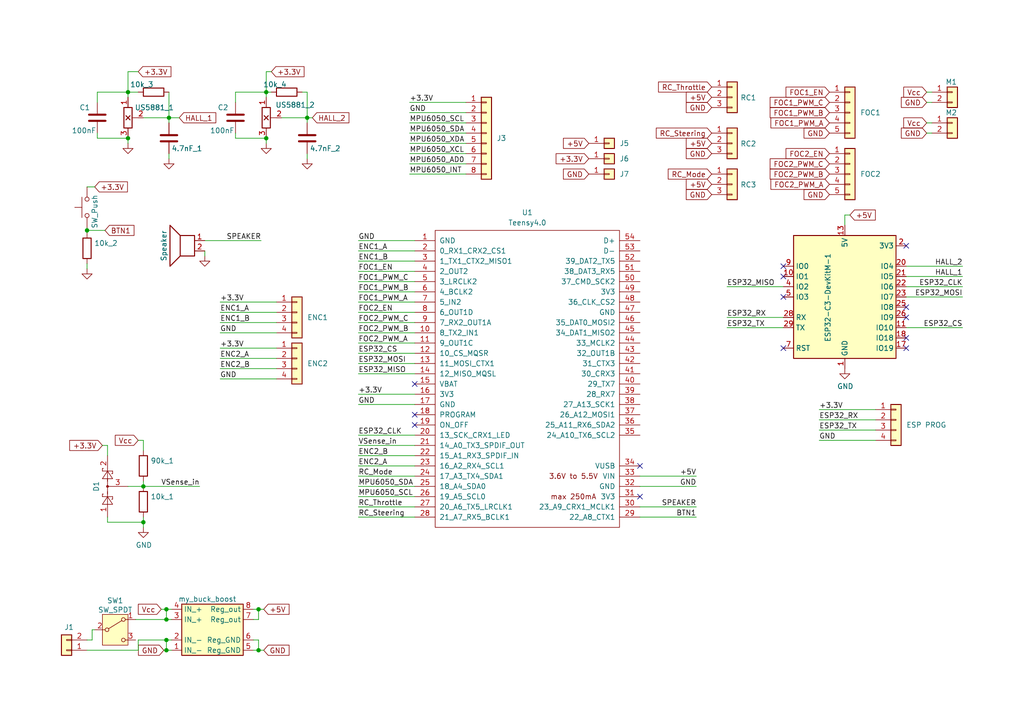
<source format=kicad_sch>
(kicad_sch (version 20231120) (generator "eeschema") (generator_version "8.0")
  (paper "User" 254 177.8)
  (lib_symbols
    (symbol "Connector_Generic:Conn_01x01" (pin_names (offset 1.016) hide)
      (property "Reference" "J" (at 0 2.54 0))
      (property "Value" "Conn_01x01" (at 0 -2.54 0))
      (symbol "Conn_01x01_1_1"
        (rectangle (start -1.27 0.127) (end 0 -0.127) (stroke (width 0.1524)))
        (rectangle (start -1.27 1.27) (end 1.27 -1.27) (stroke (width 0.254)) (fill (type background)))
        (pin passive line (at -5.08 0 0) (length 3.81) (name "Pin_1") (number "1"))
      )
    )
    (symbol "Connector_Generic:Conn_01x02" (pin_names (offset 1.016) hide)
      (property "Reference" "J" (at 0 2.54 0))
      (property "Value" "Conn_01x02" (at 0 -5.08 0))
      (symbol "Conn_01x02_1_1"
        (rectangle (start -1.27 -2.413) (end 0 -2.667) (stroke (width 0.1524)))
        (rectangle (start -1.27 0.127) (end 0 -0.127) (stroke (width 0.1524)))
        (rectangle (start -1.27 1.27) (end 1.27 -3.81) (stroke (width 0.254)) (fill (type background)))
        (pin passive line (at -5.08 0 0) (length 3.81) (name "Pin_1") (number "1"))
        (pin passive line (at -5.08 -2.54 0) (length 3.81) (name "Pin_2") (number "2"))
      )
    )
    (symbol "Connector_Generic:Conn_01x03" (pin_names (offset 1.016) hide)
      (property "Reference" "J" (at 0 5.08 0))
      (property "Value" "Conn_01x03" (at 0 -5.08 0))
      (symbol "Conn_01x03_1_1"
        (rectangle (start -1.27 -2.413) (end 0 -2.667) (stroke (width 0.1524)))
        (rectangle (start -1.27 0.127) (end 0 -0.127) (stroke (width 0.1524)))
        (rectangle (start -1.27 2.667) (end 0 2.413) (stroke (width 0.1524)))
        (rectangle (start -1.27 3.81) (end 1.27 -3.81) (stroke (width 0.254)) (fill (type background)))
        (pin passive line (at -5.08 2.54 0) (length 3.81) (name "Pin_1") (number "1"))
        (pin passive line (at -5.08 0 0) (length 3.81) (name "Pin_2") (number "2"))
        (pin passive line (at -5.08 -2.54 0) (length 3.81) (name "Pin_3") (number "3"))
      )
    )
    (symbol "Connector_Generic:Conn_01x04" (pin_names (offset 1.016) hide)
      (property "Reference" "J" (at 0 5.08 0))
      (property "Value" "Conn_01x04" (at 0 -7.62 0))
      (symbol "Conn_01x04_1_1"
        (rectangle (start -1.27 -4.953) (end 0 -5.207) (stroke (width 0.1524)))
        (rectangle (start -1.27 -2.413) (end 0 -2.667) (stroke (width 0.1524)))
        (rectangle (start -1.27 0.127) (end 0 -0.127) (stroke (width 0.1524)))
        (rectangle (start -1.27 2.667) (end 0 2.413) (stroke (width 0.1524)))
        (rectangle (start -1.27 3.81) (end 1.27 -6.35) (stroke (width 0.254)) (fill (type background)))
        (pin passive line (at -5.08 2.54 0) (length 3.81) (name "Pin_1") (number "1"))
        (pin passive line (at -5.08 0 0) (length 3.81) (name "Pin_2") (number "2"))
        (pin passive line (at -5.08 -2.54 0) (length 3.81) (name "Pin_3") (number "3"))
        (pin passive line (at -5.08 -5.08 0) (length 3.81) (name "Pin_4") (number "4"))
      )
    )
    (symbol "Connector_Generic:Conn_01x05" (pin_names (offset 1.016) hide)
      (property "Reference" "J" (at 0 7.62 0))
      (property "Value" "Conn_01x05" (at 0 -7.62 0))
      (symbol "Conn_01x05_1_1"
        (rectangle (start -1.27 -4.953) (end 0 -5.207) (stroke (width 0.1524)))
        (rectangle (start -1.27 -2.413) (end 0 -2.667) (stroke (width 0.1524)))
        (rectangle (start -1.27 0.127) (end 0 -0.127) (stroke (width 0.1524)))
        (rectangle (start -1.27 2.667) (end 0 2.413) (stroke (width 0.1524)))
        (rectangle (start -1.27 5.207) (end 0 4.953) (stroke (width 0.1524)))
        (rectangle (start -1.27 6.35) (end 1.27 -6.35) (stroke (width 0.254)) (fill (type background)))
        (pin passive line (at -5.08 5.08 0) (length 3.81) (name "Pin_1") (number "1"))
        (pin passive line (at -5.08 2.54 0) (length 3.81) (name "Pin_2") (number "2"))
        (pin passive line (at -5.08 0 0) (length 3.81) (name "Pin_3") (number "3"))
        (pin passive line (at -5.08 -2.54 0) (length 3.81) (name "Pin_4") (number "4"))
        (pin passive line (at -5.08 -5.08 0) (length 3.81) (name "Pin_5") (number "5"))
      )
    )
    (symbol "Connector_Generic:Conn_01x08" (pin_names (offset 1.016) hide)
      (property "Reference" "J" (at 0 10.16 0))
      (property "Value" "Conn_01x08" (at 0 -12.7 0))
      (symbol "Conn_01x08_1_1"
        (rectangle (start -1.27 -10.033) (end 0 -10.287) (stroke (width 0.1524)))
        (rectangle (start -1.27 -7.493) (end 0 -7.747) (stroke (width 0.1524)))
        (rectangle (start -1.27 -4.953) (end 0 -5.207) (stroke (width 0.1524)))
        (rectangle (start -1.27 -2.413) (end 0 -2.667) (stroke (width 0.1524)))
        (rectangle (start -1.27 0.127) (end 0 -0.127) (stroke (width 0.1524)))
        (rectangle (start -1.27 2.667) (end 0 2.413) (stroke (width 0.1524)))
        (rectangle (start -1.27 5.207) (end 0 4.953) (stroke (width 0.1524)))
        (rectangle (start -1.27 7.747) (end 0 7.493) (stroke (width 0.1524)))
        (rectangle (start -1.27 8.89) (end 1.27 -11.43) (stroke (width 0.254)) (fill (type background)))
        (pin passive line (at -5.08 7.62 0) (length 3.81) (name "Pin_1") (number "1"))
        (pin passive line (at -5.08 5.08 0) (length 3.81) (name "Pin_2") (number "2"))
        (pin passive line (at -5.08 2.54 0) (length 3.81) (name "Pin_3") (number "3"))
        (pin passive line (at -5.08 0 0) (length 3.81) (name "Pin_4") (number "4"))
        (pin passive line (at -5.08 -2.54 0) (length 3.81) (name "Pin_5") (number "5"))
        (pin passive line (at -5.08 -5.08 0) (length 3.81) (name "Pin_6") (number "6"))
        (pin passive line (at -5.08 -7.62 0) (length 3.81) (name "Pin_7") (number "7"))
        (pin passive line (at -5.08 -10.16 0) (length 3.81) (name "Pin_8") (number "8"))
      )
    )
    (symbol "Device:C" (pin_numbers hide) (pin_names (offset 0.254))
      (property "Reference" "C" (at 0.635 2.54 0))
      (property "Value" "C" (at 0.635 -2.54 0))
      (symbol "C_0_1"
        (polyline (pts (xy -2.032 -0.762) (xy 2.032 -0.762)) (stroke (width 0.508)))
        (polyline (pts (xy -2.032 0.762) (xy 2.032 0.762)) (stroke (width 0.508)))
      )
      (symbol "C_1_1"
        (pin passive line (at 0 3.81 270) (length 2.794) (name "~") (number "1"))
        (pin passive line (at 0 -3.81 90) (length 2.794) (name "~") (number "2"))
      )
    )
    (symbol "Device:R" (pin_numbers hide) (pin_names (offset 0))
      (property "Reference" "R" (at 2.032 0 90))
      (property "Value" "R" (at 0 0 90))
      (symbol "R_0_1"
        (rectangle (start -1.016 -2.54) (end 1.016 2.54) (stroke (width 0.254)))
      )
      (symbol "R_1_1"
        (pin passive line (at 0 3.81 270) (length 1.27) (name "~") (number "1"))
        (pin passive line (at 0 -3.81 90) (length 1.27) (name "~") (number "2"))
      )
    )
    (symbol "Device:Speaker" (pin_names (offset 0) hide)
      (property "Reference" "LS" (at 1.27 5.715 0))
      (property "Value" "Speaker" (at 1.27 3.81 0))
      (symbol "Speaker_0_0"
        (rectangle (start -2.54 1.27) (end 1.016 -3.81) (stroke (width 0.254)))
        (polyline (pts (xy 1.016 1.27) (xy 3.556 3.81) (xy 3.556 -6.35) (xy 1.016 -3.81)) (stroke (width 0.254)))
      )
      (symbol "Speaker_1_1"
        (pin input line (at -5.08 0 0) (length 2.54) (name "1") (number "1"))
        (pin input line (at -5.08 -2.54 0) (length 2.54) (name "2") (number "2"))
      )
    )
    (symbol "RF_Module:ESP32-C3-DevKitM-1"
      (property "Reference" "U" (at 7.62 16.51 0))
      (property "Value" "ESP32-C3-DevKitM-1" (at 11.684 -16.764 0))
      (symbol "ESP32-C3-DevKitM-1_1_1"
        (rectangle (start -12.7 15.24) (end 12.7 -15.24) (stroke (width 0.254)) (fill (type background)))
        (pin power_in line (at 0 -17.78 90) (length 2.54) (name "GND") (number "1"))
        (pin bidirectional line (at -15.24 5.08 0) (length 2.54) (name "IO1") (number "10"))
        (pin bidirectional line (at 15.24 -7.62 180) (length 2.54) (name "IO10") (number "11"))
        (pin passive line (at 0 -17.78 90) (length 2.54) hide (name "GND") (number "12"))
        (pin passive line (at 0 17.78 270) (length 2.54) (name "5V") (number "13"))
        (pin passive line (at 0 17.78 270) (length 2.54) hide (name "5V") (number "14"))
        (pin passive line (at 0 -17.78 90) (length 2.54) hide (name "GND") (number "15"))
        (pin passive line (at 0 -17.78 90) (length 2.54) hide (name "GND") (number "16"))
        (pin bidirectional line (at 15.24 -12.7 180) (length 2.54) (name "IO19") (number "17"))
        (pin bidirectional line (at 15.24 -10.16 180) (length 2.54) (name "IO18") (number "18"))
        (pin passive line (at 0 -17.78 90) (length 2.54) hide (name "GND") (number "19"))
        (pin power_out line (at 15.24 12.7 180) (length 2.54) (name "3V3") (number "2"))
        (pin bidirectional line (at 15.24 7.62 180) (length 2.54) (name "IO4") (number "20"))
        (pin bidirectional line (at 15.24 5.08 180) (length 2.54) (name "IO5") (number "21"))
        (pin bidirectional line (at 15.24 2.54 180) (length 2.54) (name "IO6") (number "22"))
        (pin bidirectional line (at 15.24 0 180) (length 2.54) (name "IO7") (number "23"))
        (pin passive line (at 0 -17.78 90) (length 2.54) hide (name "GND") (number "24"))
        (pin bidirectional line (at 15.24 -2.54 180) (length 2.54) (name "IO8") (number "25"))
        (pin bidirectional line (at 15.24 -5.08 180) (length 2.54) (name "IO9") (number "26"))
        (pin passive line (at 0 -17.78 90) (length 2.54) hide (name "GND") (number "27"))
        (pin input line (at -15.24 -5.08 0) (length 2.54) (name "RX") (number "28"))
        (pin output line (at -15.24 -7.62 0) (length 2.54) (name "TX") (number "29"))
        (pin passive line (at 15.24 12.7 180) (length 2.54) hide (name "3V3") (number "3"))
        (pin passive line (at 0 -17.78 90) (length 2.54) hide (name "GND") (number "30"))
        (pin bidirectional line (at -15.24 2.54 0) (length 2.54) (name "IO2") (number "4"))
        (pin bidirectional line (at -15.24 0 0) (length 2.54) (name "IO3") (number "5"))
        (pin passive line (at 0 -17.78 90) (length 2.54) hide (name "GND") (number "6"))
        (pin input line (at -15.24 -12.7 0) (length 2.54) (name "RST") (number "7"))
        (pin passive line (at 0 -17.78 90) (length 2.54) hide (name "GND") (number "8"))
        (pin bidirectional line (at -15.24 7.62 0) (length 2.54) (name "IO0") (number "9"))
      )
    )
    (symbol "Switch:SW_Push" (pin_numbers hide) (pin_names (offset 1.016) hide)
      (property "Reference" "SW" (at 1.27 2.54 0))
      (property "Value" "SW_Push" (at 0 -1.524 0))
      (symbol "SW_Push_0_1"
        (circle (center -2.032 0) (radius 0.508))
        (polyline (pts (xy 0 1.27) (xy 0 3.048)))
        (polyline (pts (xy 2.54 1.27) (xy -2.54 1.27)))
        (circle (center 2.032 0) (radius 0.508))
        (pin passive line (at -5.08 0 0) (length 2.54) (name "1") (number "1"))
        (pin passive line (at 5.08 0 180) (length 2.54) (name "2") (number "2"))
      )
    )
    (symbol "Switch:SW_SPDT" (pin_names (offset 0) hide)
      (property "Reference" "SW" (at 0 5.08 0))
      (property "Value" "SW_SPDT" (at 0 -5.08 0))
      (symbol "SW_SPDT_0_1"
        (circle (center -2.032 0) (radius 0.4572))
        (polyline (pts (xy -1.651 0.254) (xy 1.651 2.286)))
        (circle (center 2.032 -2.54) (radius 0.4572))
        (circle (center 2.032 2.54) (radius 0.4572))
      )
      (symbol "SW_SPDT_1_1"
        (rectangle (start -3.175 3.81) (end 3.175 -3.81) (fill (type background)))
        (pin passive line (at 5.08 2.54 180) (length 2.54) (name "A") (number "1"))
        (pin passive line (at -5.08 0 0) (length 2.54) (name "B") (number "2"))
        (pin passive line (at 5.08 -2.54 180) (length 2.54) (name "C") (number "3"))
      )
    )
    (symbol "teensy:Teensy4.0" (pin_names (offset 1.016))
      (property "Reference" "U" (at 0 39.37 0))
      (property "Value" "Teensy4.0" (at 0 -39.37 0))
      (symbol "Teensy4.0_0_0"
        (text "3.6V to 5.5V" (at 11.43 -24.13 0) (effects (font (size 1.27 1.27))))
        (text "max 250mA" (at 11.43 -29.21 0) (effects (font (size 1.27 1.27))))
        (pin bidirectional line (at -27.94 11.43 0) (length 5.08) (name "8_TX2_IN1") (number "10"))
        (pin bidirectional line (at -27.94 8.89 0) (length 5.08) (name "9_OUT1C") (number "11"))
        (pin bidirectional line (at -27.94 6.35 0) (length 5.08) (name "10_CS_MQSR") (number "12"))
        (pin bidirectional line (at -27.94 3.81 0) (length 5.08) (name "11_MOSI_CTX1") (number "13"))
        (pin bidirectional line (at -27.94 1.27 0) (length 5.08) (name "12_MISO_MQSL") (number "14"))
        (pin power_in line (at -27.94 -1.27 0) (length 5.08) (name "VBAT") (number "15"))
        (pin power_in line (at -27.94 -3.81 0) (length 5.08) (name "3V3") (number "16"))
        (pin power_in line (at -27.94 -6.35 0) (length 5.08) (name "GND") (number "17"))
        (pin input line (at -27.94 -8.89 0) (length 5.08) (name "PROGRAM") (number "18"))
        (pin input line (at -27.94 -11.43 0) (length 5.08) (name "ON_OFF") (number "19"))
        (pin bidirectional line (at -27.94 -13.97 0) (length 5.08) (name "13_SCK_CRX1_LED") (number "20"))
        (pin bidirectional line (at -27.94 -16.51 0) (length 5.08) (name "14_A0_TX3_SPDIF_OUT") (number "21"))
        (pin bidirectional line (at -27.94 -19.05 0) (length 5.08) (name "15_A1_RX3_SPDIF_IN") (number "22"))
        (pin bidirectional line (at -27.94 -21.59 0) (length 5.08) (name "16_A2_RX4_SCL1") (number "23"))
        (pin bidirectional line (at -27.94 -24.13 0) (length 5.08) (name "17_A3_TX4_SDA1") (number "24"))
        (pin bidirectional line (at -27.94 -26.67 0) (length 5.08) (name "18_A4_SDA0") (number "25"))
        (pin bidirectional line (at -27.94 -29.21 0) (length 5.08) (name "19_A5_SCL0") (number "26"))
        (pin bidirectional line (at -27.94 -31.75 0) (length 5.08) (name "20_A6_TX5_LRCLK1") (number "27"))
        (pin bidirectional line (at -27.94 -34.29 0) (length 5.08) (name "21_A7_RX5_BCLK1") (number "28"))
        (pin bidirectional line (at 27.94 -34.29 180) (length 5.08) (name "22_A8_CTX1") (number "29"))
        (pin bidirectional line (at 27.94 -31.75 180) (length 5.08) (name "23_A9_CRX1_MCLK1") (number "30"))
        (pin power_out line (at 27.94 -29.21 180) (length 5.08) (name "3V3") (number "31"))
        (pin power_in line (at 27.94 -26.67 180) (length 5.08) (name "GND") (number "32"))
        (pin power_in line (at 27.94 -24.13 180) (length 5.08) (name "VIN") (number "33"))
        (pin power_out line (at 27.94 -21.59 180) (length 5.08) (name "VUSB") (number "34"))
        (pin bidirectional line (at 27.94 -13.97 180) (length 5.08) (name "24_A10_TX6_SCL2") (number "35"))
        (pin bidirectional line (at 27.94 -11.43 180) (length 5.08) (name "25_A11_RX6_SDA2") (number "36"))
        (pin bidirectional line (at 27.94 -8.89 180) (length 5.08) (name "26_A12_MOSI1") (number "37"))
        (pin bidirectional line (at 27.94 -6.35 180) (length 5.08) (name "27_A13_SCK1") (number "38"))
        (pin bidirectional line (at 27.94 -3.81 180) (length 5.08) (name "28_RX7") (number "39"))
        (pin bidirectional line (at 27.94 -1.27 180) (length 5.08) (name "29_TX7") (number "40"))
        (pin bidirectional line (at 27.94 1.27 180) (length 5.08) (name "30_CRX3") (number "41"))
        (pin bidirectional line (at 27.94 3.81 180) (length 5.08) (name "31_CTX3") (number "42"))
        (pin bidirectional line (at 27.94 6.35 180) (length 5.08) (name "32_OUT1B") (number "43"))
        (pin bidirectional line (at 27.94 8.89 180) (length 5.08) (name "33_MCLK2") (number "44"))
        (pin bidirectional line (at 27.94 11.43 180) (length 5.08) (name "34_DAT1_MISO2") (number "45"))
        (pin bidirectional line (at 27.94 13.97 180) (length 5.08) (name "35_DAT0_MOSI2") (number "46"))
        (pin power_out line (at 27.94 16.51 180) (length 5.08) (name "GND") (number "47"))
        (pin bidirectional line (at 27.94 19.05 180) (length 5.08) (name "36_CLK_CS2") (number "48"))
        (pin power_out line (at 27.94 21.59 180) (length 5.08) (name "3V3") (number "49"))
        (pin bidirectional line (at -27.94 24.13 0) (length 5.08) (name "3_LRCLK2") (number "5"))
        (pin bidirectional line (at 27.94 24.13 180) (length 5.08) (name "37_CMD_SCK2") (number "50"))
        (pin bidirectional line (at 27.94 26.67 180) (length 5.08) (name "38_DAT3_RX5") (number "51"))
        (pin bidirectional line (at 27.94 29.21 180) (length 5.08) (name "39_DAT2_TX5") (number "52"))
        (pin bidirectional line (at 27.94 31.75 180) (length 5.08) (name "D-") (number "53"))
        (pin bidirectional line (at 27.94 34.29 180) (length 5.08) (name "D+") (number "54"))
        (pin bidirectional line (at -27.94 21.59 0) (length 5.08) (name "4_BCLK2") (number "6"))
        (pin bidirectional line (at -27.94 19.05 0) (length 5.08) (name "5_IN2") (number "7"))
        (pin bidirectional line (at -27.94 16.51 0) (length 5.08) (name "6_OUT1D") (number "8"))
        (pin bidirectional line (at -27.94 13.97 0) (length 5.08) (name "7_RX2_OUT1A") (number "9"))
      )
      (symbol "Teensy4.0_0_1"
        (rectangle (start -22.86 36.83) (end 22.86 -36.83))
        (rectangle (start -20.32 -31.75) (end -20.32 -31.75))
      )
      (symbol "Teensy4.0_1_1"
        (pin power_in line (at -27.94 34.29 0) (length 5.08) (name "GND") (number "1"))
        (pin bidirectional line (at -27.94 31.75 0) (length 5.08) (name "0_RX1_CRX2_CS1") (number "2"))
        (pin bidirectional line (at -27.94 29.21 0) (length 5.08) (name "1_TX1_CTX2_MISO1") (number "3"))
        (pin bidirectional line (at -27.94 26.67 0) (length 5.08) (name "2_OUT2") (number "4"))
      )
    )
    (symbol "two_motor_driver-rescue:BAT54S-Diode" (pin_names (offset 1.016))
      (property "Reference" "D" (at 0.635 -3.81 0))
      (property "Value" "Diode_BAT54S" (at -6.35 3.175 0))
      (symbol "BAT54S-Diode_0_1"
        (polyline (pts (xy -3.81 0) (xy -1.27 0)))
        (polyline (pts (xy -3.175 -1.27) (xy -3.175 -1.016)))
        (polyline (pts (xy -2.54 -1.27) (xy -3.175 -1.27)))
        (polyline (pts (xy -2.54 -1.27) (xy -2.54 1.27)))
        (polyline (pts (xy -2.54 1.27) (xy -1.905 1.27)))
        (polyline (pts (xy -1.905 0) (xy 1.905 0)))
        (polyline (pts (xy -1.905 1.27) (xy -1.905 1.016)))
        (polyline (pts (xy 1.27 0) (xy 3.81 0)))
        (polyline (pts (xy 3.175 -1.27) (xy 3.175 -1.016)))
        (polyline (pts (xy 3.81 -1.27) (xy 3.175 -1.27)))
        (polyline (pts (xy 3.81 -1.27) (xy 3.81 1.27)))
        (polyline (pts (xy 3.81 1.27) (xy 4.445 1.27)))
        (polyline (pts (xy 4.445 1.27) (xy 4.445 1.016)))
        (polyline (pts (xy -4.445 1.27) (xy -4.445 -1.27) (xy -2.54 0) (xy -4.445 1.27)))
        (polyline (pts (xy 1.905 1.27) (xy 1.905 -1.27) (xy 3.81 0) (xy 1.905 1.27)))
        (circle (center 0 0) (radius 0.254) (fill (type outline)))
      )
      (symbol "BAT54S-Diode_1_1"
        (pin passive line (at -7.62 0 0) (length 3.81) (name "~") (number "1"))
        (pin passive line (at 7.62 0 180) (length 3.81) (name "~") (number "2"))
        (pin passive line (at 0 -5.08 90) (length 5.08) (name "~") (number "3"))
      )
    )
    (symbol "two_motor_driver-rescue:GND-power" (power) (pin_names (offset 0))
      (property "Value" "power_GND" (at 0 -3.81 0))
      (symbol "GND-power_0_1"
        (polyline (pts (xy 0 0) (xy 0 -1.27) (xy 1.27 -1.27) (xy 0 -2.54) (xy -1.27 -1.27) (xy 0 -1.27)))
      )
      (symbol "GND-power_1_1"
        (pin power_in line (at 0 0 270) (length 0) hide (name "GND") (number "1"))
      )
    )
    (symbol "two_motor_driver-rescue:hall_effect_three_wire-Device" (pin_names (offset 0) hide)
      (property "Reference" "HS" (at 3.81 4.445 0))
      (property "Value" "Device_hall_effect_three_wire" (at 2.54 2.54 0))
      (symbol "hall_effect_three_wire-Device_0_1"
        (rectangle (start -1.016 2.54) (end 1.016 -2.54) (stroke (width 0.254)))
        (polyline (pts (xy -0.508 -0.508) (xy 0.508 0.508)) (stroke (width 0.254)))
        (polyline (pts (xy -0.508 0.508) (xy 0.508 -0.508)) (stroke (width 0.254)))
        (polyline (pts (xy 1.016 0) (xy 2.54 0)))
      )
      (symbol "hall_effect_three_wire-Device_1_1"
        (pin passive line (at 0 5.08 270) (length 2.54) (name "V+") (number "1"))
        (pin passive line (at 3.81 0 180) (length 1.27) (name "out") (number "2"))
        (pin passive line (at 0 -5.08 90) (length 2.54) (name "V-") (number "3"))
      )
    )
    (symbol "two_motor_driver-rescue:my_buck_boost-Regulator_Switching"
      (property "Reference" "U" (at -6.35 6.35 0))
      (property "Value" "Regulator_Switching_my_buck_boost" (at -5.08 7.62 0))
      (symbol "my_buck_boost-Regulator_Switching_0_1"
        (rectangle (start -7.62 5.08) (end 7.62 -7.62) (stroke (width 0.254)) (fill (type background)))
      )
      (symbol "my_buck_boost-Regulator_Switching_1_1"
        (pin open_emitter line (at -10.16 3.81 0) (length 2.54) (name "IN_-") (number "1"))
        (pin power_in line (at -10.16 1.27 0) (length 2.54) (name "IN_-") (number "2"))
        (pin power_out line (at -10.16 -3.81 0) (length 2.54) (name "IN_+") (number "3"))
        (pin power_in line (at -10.16 -6.35 0) (length 2.54) (name "IN_+") (number "4"))
        (pin power_out line (at 10.16 3.81 180) (length 2.54) (name "Reg_GND") (number "5"))
        (pin power_out line (at 10.16 1.27 180) (length 2.54) (name "Reg_GND") (number "6"))
        (pin power_out line (at 10.16 -3.81 180) (length 2.54) (name "Reg_out") (number "7"))
        (pin power_out line (at 10.16 -6.35 180) (length 2.54) (name "Reg_out") (number "8"))
      )
    )
  )
  (junction (at 31.75 34.29))
  (junction (at 41.275 161.29))
  (junction (at 35.56 120.65))
  (junction (at 21.59 57.15))
  (junction (at 41.275 151.13))
  (junction (at 41.275 153.67))
  (junction (at 35.56 129.54))
  (junction (at 41.91 29.21))
  (junction (at 64.135 161.29))
  (junction (at 76.2 29.21))
  (junction (at 66.04 34.29))
  (junction (at 31.75 22.86))
  (junction (at 64.135 151.13))
  (junction (at 41.275 158.75))
  (junction (at 66.04 22.86))
  (no_connect (at 224.79 86.36))
  (no_connect (at 102.87 105.41))
  (no_connect (at 102.87 95.25))
  (no_connect (at 224.79 78.74))
  (no_connect (at 194.31 73.66))
  (no_connect (at 158.75 115.57))
  (no_connect (at 194.31 66.04))
  (no_connect (at 194.31 68.58))
  (no_connect (at 224.79 76.2))
  (no_connect (at 224.79 83.82))
  (no_connect (at 102.87 102.87))
  (no_connect (at 158.75 123.19))
  (no_connect (at 224.79 60.96))
  (no_connect (at 194.31 86.36))
  (wire (pts (xy 88.9 123.19) (xy 102.87 123.19)))
  (wire (pts (xy 101.6 38.1) (xy 115.57 38.1)))
  (wire (pts (xy 238.76 73.66) (xy 224.79 73.66)))
  (wire (pts (xy 172.72 120.65) (xy 158.75 120.65)))
  (wire (pts (xy 22.86 156.21) (xy 23.495 156.21)))
  (wire (pts (xy 34.29 109.22) (xy 35.56 109.22)))
  (wire (pts (xy 21.59 57.15) (xy 21.59 57.785)))
  (wire (pts (xy 180.34 78.74) (xy 194.31 78.74)))
  (wire (pts (xy 41.91 29.21) (xy 44.45 29.21)))
  (wire (pts (xy 41.275 158.75) (xy 34.29 158.75)))
  (wire (pts (xy 101.6 40.64) (xy 115.57 40.64)))
  (wire (pts (xy 31.75 22.86) (xy 24.13 22.86)))
  (wire (pts (xy 54.61 86.36) (xy 68.58 86.36)))
  (wire (pts (xy 101.6 43.18) (xy 115.57 43.18)))
  (wire (pts (xy 88.9 115.57) (xy 102.87 115.57)))
  (wire (pts (xy 203.2 104.14) (xy 217.17 104.14)))
  (wire (pts (xy 35.56 109.22) (xy 35.56 111.76)))
  (wire (pts (xy 21.59 46.355) (xy 23.495 46.355)))
  (wire (pts (xy 31.75 35.56) (xy 31.75 34.29)))
  (wire (pts (xy 41.91 38.1) (xy 41.91 39.37)))
  (wire (pts (xy 41.275 158.75) (xy 41.275 161.29)))
  (wire (pts (xy 54.61 74.93) (xy 68.58 74.93)))
  (wire (pts (xy 76.2 38.1) (xy 76.2 39.37)))
  (wire (pts (xy 88.9 82.55) (xy 102.87 82.55)))
  (wire (pts (xy 34.29 17.78) (xy 31.75 17.78)))
  (wire (pts (xy 54.61 93.98) (xy 68.58 93.98)))
  (wire (pts (xy 209.55 53.34) (xy 209.55 55.88)))
  (wire (pts (xy 21.59 57.15) (xy 26.035 57.15)))
  (wire (pts (xy 88.9 67.31) (xy 102.87 67.31)))
  (wire (pts (xy 26.67 128.27) (xy 26.67 129.54)))
  (wire (pts (xy 88.9 100.33) (xy 102.87 100.33)))
  (wire (pts (xy 88.9 97.79) (xy 102.87 97.79)))
  (wire (pts (xy 64.135 161.29) (xy 65.405 161.29)))
  (wire (pts (xy 88.9 85.09) (xy 102.87 85.09)))
  (wire (pts (xy 24.13 34.29) (xy 31.75 34.29)))
  (wire (pts (xy 49.53 120.65) (xy 35.56 120.65)))
  (wire (pts (xy 54.61 88.9) (xy 68.58 88.9)))
  (wire (pts (xy 172.72 128.27) (xy 158.75 128.27)))
  (wire (pts (xy 62.865 161.29) (xy 64.135 161.29)))
  (wire (pts (xy 54.61 91.44) (xy 68.58 91.44)))
  (wire (pts (xy 64.135 158.75) (xy 64.135 161.29)))
  (wire (pts (xy 88.9 118.11) (xy 102.87 118.11)))
  (wire (pts (xy 210.82 53.34) (xy 209.55 53.34)))
  (wire (pts (xy 64.77 59.69) (xy 50.8 59.69)))
  (wire (pts (xy 40.005 151.13) (xy 41.275 151.13)))
  (wire (pts (xy 203.2 106.68) (xy 217.17 106.68)))
  (wire (pts (xy 34.29 161.29) (xy 21.59 161.29)))
  (wire (pts (xy 64.135 151.13) (xy 62.865 151.13)))
  (wire (pts (xy 58.42 22.86) (xy 58.42 25.4)))
  (wire (pts (xy 101.6 33.02) (xy 115.57 33.02)))
  (wire (pts (xy 88.9 90.17) (xy 102.87 90.17)))
  (wire (pts (xy 66.04 17.78) (xy 66.04 22.86)))
  (wire (pts (xy 229.87 25.4) (xy 231.14 25.4)))
  (wire (pts (xy 229.87 30.48) (xy 231.14 30.48)))
  (wire (pts (xy 41.275 153.67) (xy 42.545 153.67)))
  (wire (pts (xy 172.72 125.73) (xy 158.75 125.73)))
  (wire (pts (xy 31.75 120.65) (xy 35.56 120.65)))
  (wire (pts (xy 62.865 158.75) (xy 64.135 158.75)))
  (wire (pts (xy 88.9 62.23) (xy 102.87 62.23)))
  (wire (pts (xy 88.9 113.03) (xy 102.87 113.03)))
  (wire (pts (xy 238.76 68.58) (xy 224.79 68.58)))
  (wire (pts (xy 180.34 81.28) (xy 194.31 81.28)))
  (wire (pts (xy 42.545 161.29) (xy 41.275 161.29)))
  (wire (pts (xy 65.405 151.13) (xy 64.135 151.13)))
  (wire (pts (xy 35.56 119.38) (xy 35.56 120.65)))
  (wire (pts (xy 54.61 82.55) (xy 68.58 82.55)))
  (wire (pts (xy 88.9 72.39) (xy 102.87 72.39)))
  (wire (pts (xy 88.9 64.77) (xy 102.87 64.77)))
  (wire (pts (xy 34.29 158.75) (xy 34.29 161.29)))
  (wire (pts (xy 26.67 129.54) (xy 35.56 129.54)))
  (wire (pts (xy 42.545 158.75) (xy 41.275 158.75)))
  (wire (pts (xy 41.91 22.86) (xy 41.91 29.21)))
  (wire (pts (xy 101.6 27.94) (xy 115.57 27.94)))
  (wire (pts (xy 88.9 77.47) (xy 102.87 77.47)))
  (wire (pts (xy 50.8 62.23) (xy 50.8 63.5)))
  (wire (pts (xy 172.72 118.11) (xy 158.75 118.11)))
  (wire (pts (xy 35.56 128.27) (xy 35.56 129.54)))
  (wire (pts (xy 41.275 151.13) (xy 42.545 151.13)))
  (wire (pts (xy 31.75 22.86) (xy 34.29 22.86)))
  (wire (pts (xy 54.61 80.01) (xy 68.58 80.01)))
  (wire (pts (xy 26.67 113.03) (xy 26.67 110.49)))
  (wire (pts (xy 41.91 29.21) (xy 41.91 30.48)))
  (wire (pts (xy 24.13 33.02) (xy 24.13 34.29)))
  (wire (pts (xy 88.9 87.63) (xy 102.87 87.63)))
  (wire (pts (xy 35.56 29.21) (xy 41.91 29.21)))
  (wire (pts (xy 66.04 22.86) (xy 67.31 22.86)))
  (wire (pts (xy 66.04 24.13) (xy 66.04 22.86)))
  (wire (pts (xy 88.9 107.95) (xy 102.87 107.95)))
  (wire (pts (xy 88.9 120.65) (xy 102.87 120.65)))
  (wire (pts (xy 64.135 153.67) (xy 64.135 151.13)))
  (wire (pts (xy 203.2 101.6) (xy 217.17 101.6)))
  (wire (pts (xy 88.9 125.73) (xy 102.87 125.73)))
  (wire (pts (xy 88.9 128.27) (xy 102.87 128.27)))
  (wire (pts (xy 238.76 66.04) (xy 224.79 66.04)))
  (wire (pts (xy 35.56 129.54) (xy 35.56 130.81)))
  (wire (pts (xy 101.6 35.56) (xy 115.57 35.56)))
  (wire (pts (xy 66.04 35.56) (xy 66.04 34.29)))
  (wire (pts (xy 31.75 24.13) (xy 31.75 22.86)))
  (wire (pts (xy 54.61 77.47) (xy 68.58 77.47)))
  (wire (pts (xy 88.9 110.49) (xy 102.87 110.49)))
  (wire (pts (xy 88.9 59.69) (xy 102.87 59.69)))
  (wire (pts (xy 101.6 25.4) (xy 115.57 25.4)))
  (wire (pts (xy 229.87 22.86) (xy 231.14 22.86)))
  (wire (pts (xy 180.34 71.12) (xy 194.31 71.12)))
  (wire (pts (xy 238.76 81.28) (xy 224.79 81.28)))
  (wire (pts (xy 58.42 34.29) (xy 66.04 34.29)))
  (wire (pts (xy 21.59 65.405) (xy 21.59 66.675)))
  (wire (pts (xy 88.9 74.93) (xy 102.87 74.93)))
  (wire (pts (xy 238.76 71.12) (xy 224.79 71.12)))
  (wire (pts (xy 69.85 29.21) (xy 76.2 29.21)))
  (wire (pts (xy 76.2 29.21) (xy 77.47 29.21)))
  (wire (pts (xy 58.42 33.02) (xy 58.42 34.29)))
  (wire (pts (xy 33.655 153.67) (xy 41.275 153.67)))
  (wire (pts (xy 229.87 33.02) (xy 231.14 33.02)))
  (wire (pts (xy 76.2 29.21) (xy 76.2 30.48)))
  (wire (pts (xy 66.04 22.86) (xy 58.42 22.86)))
  (wire (pts (xy 21.59 158.75) (xy 22.86 158.75)))
  (wire (pts (xy 74.93 22.86) (xy 76.2 22.86)))
  (wire (pts (xy 67.31 17.78) (xy 66.04 17.78)))
  (wire (pts (xy 26.67 110.49) (xy 25.4 110.49)))
  (wire (pts (xy 88.9 80.01) (xy 102.87 80.01)))
  (wire (pts (xy 88.9 92.71) (xy 102.87 92.71)))
  (wire (pts (xy 62.865 153.67) (xy 64.135 153.67)))
  (wire (pts (xy 41.275 153.67) (xy 41.275 151.13)))
  (wire (pts (xy 101.6 30.48) (xy 115.57 30.48)))
  (wire (pts (xy 76.2 22.86) (xy 76.2 29.21)))
  (wire (pts (xy 88.9 69.85) (xy 102.87 69.85)))
  (wire (pts (xy 31.75 17.78) (xy 31.75 22.86)))
  (wire (pts (xy 22.86 158.75) (xy 22.86 156.21)))
  (wire (pts (xy 203.2 109.22) (xy 217.17 109.22)))
  (wire (pts (xy 21.59 56.515) (xy 21.59 57.15)))
  (wire (pts (xy 41.275 161.29) (xy 40.64 161.29)))
  (wire (pts (xy 24.13 22.86) (xy 24.13 25.4)))
  (label "GND" (at 101.6 27.94 0))
  (label "ENC2_A" (at 54.61 88.9 0))
  (label "SPEAKER" (at 172.72 125.73 180))
  (label "+3.3V" (at 54.61 74.93 0))
  (label "+3.3V" (at 54.61 86.36 0))
  (label "RC_Steering" (at 88.9 128.27 0))
  (label "MPU6050_XCL" (at 101.6 38.1 0))
  (label "ENC1_A" (at 54.61 77.47 0))
  (label "FOC2_PWM_B" (at 88.9 82.55 0))
  (label "HALL_1" (at 238.76 68.58 180))
  (label "ESP32_RX" (at 203.2 104.14 0))
  (label "ENC1_A" (at 88.9 62.23 0))
  (label "ESP32_RX" (at 180.34 78.74 0))
  (label "MPU6050_INT" (at 101.6 43.18 0))
  (label "+3.3V" (at 88.9 97.79 0))
  (label "GND" (at 54.61 93.98 0))
  (label "ESP32_CS" (at 238.76 81.28 180))
  (label "ESP32_MOSI" (at 238.76 73.66 180))
  (label "GND" (at 54.61 82.55 0))
  (label "ESP32_MISO" (at 180.34 71.12 0))
  (label "+3.3V" (at 101.6 25.4 0))
  (label "+3.3V" (at 203.2 101.6 0))
  (label "RC_Throttle" (at 88.9 125.73 0))
  (label "FOC1_PWM_A" (at 88.9 74.93 0))
  (label "RC_Mode" (at 88.9 118.11 0))
  (label "ESP32_TX" (at 203.2 106.68 0))
  (label "FOC2_PWM_A" (at 88.9 85.09 0))
  (label "ESP32_CLK" (at 88.9 107.95 0))
  (label "FOC2_EN" (at 88.9 77.47 0))
  (label "MPU6050_SCL" (at 101.6 30.48 0))
  (label "MPU6050_SDA" (at 101.6 33.02 0))
  (label "GND" (at 88.9 100.33 0))
  (label "FOC1_PWM_C" (at 88.9 69.85 0))
  (label "ESP32_TX" (at 180.34 81.28 0))
  (label "HALL_2" (at 238.76 66.04 180))
  (label "ENC2_B" (at 88.9 113.03 0))
  (label "ESP32_CLK" (at 238.76 71.12 180))
  (label "VSense_in" (at 49.53 120.65 180))
  (label "GND" (at 88.9 59.69 0))
  (label "MPU6050_XDA" (at 101.6 35.56 0))
  (label "SPEAKER" (at 64.77 59.69 180))
  (label "ENC2_A" (at 88.9 115.57 0))
  (label "ENC2_B" (at 54.61 91.44 0))
  (label "FOC1_PWM_B" (at 88.9 72.39 0))
  (label "VSense_in" (at 88.9 110.49 0))
  (label "ESP32_MISO" (at 88.9 92.71 0))
  (label "FOC1_EN" (at 88.9 67.31 0))
  (label "ENC1_B" (at 88.9 64.77 0))
  (label "+5V" (at 172.72 118.11 180))
  (label "ENC1_B" (at 54.61 80.01 0))
  (label "FOC2_PWM_C" (at 88.9 80.01 0))
  (label "BTN1" (at 172.72 128.27 180))
  (label "ESP32_CS" (at 88.9 87.63 0))
  (label "ESP32_MOSI" (at 88.9 90.17 0))
  (label "GND" (at 203.2 109.22 0))
  (label "MPU6050_SCL" (at 88.9 123.19 0))
  (label "MPU6050_AD0" (at 101.6 40.64 0))
  (label "MPU6050_SDA" (at 88.9 120.65 0))
  (label "GND" (at 172.72 120.65 180))
  (global_label "Vcc" (shape input) (at 229.87 30.48 180) (property "Intersheetrefs" "${INTERSHEET_REFS}" (effects (hide yes))))
  (global_label "GND" (shape input) (at 205.74 48.26 180) (property "Intersheetrefs" "${INTERSHEET_REFS}" (effects (hide yes))))
  (global_label "+5V" (shape input) (at 146.05 35.56 180) (property "Intersheetrefs" "${INTERSHEET_REFS}" (effects (hide yes))))
  (global_label "HALL_1" (shape input) (at 44.45 29.21 0) (property "Intersheetrefs" "${INTERSHEET_REFS}" (effects (hide yes))))
  (global_label "RC_Throttle" (shape input) (at 176.53 21.59 180) (property "Intersheetrefs" "${INTERSHEET_REFS}" (effects (hide yes))))
  (global_label "GND" (shape input) (at 176.53 48.26 180) (property "Intersheetrefs" "${INTERSHEET_REFS}" (effects (hide yes))))
  (global_label "Vcc" (shape input) (at 34.29 109.22 180) (property "Intersheetrefs" "${INTERSHEET_REFS}" (effects (hide yes))))
  (global_label "+3.3V" (shape input) (at 146.05 39.37 180) (property "Intersheetrefs" "${INTERSHEET_REFS}" (effects (hide yes))))
  (global_label "+5V" (shape input) (at 65.405 151.13 0) (property "Intersheetrefs" "${INTERSHEET_REFS}" (effects (hide yes))))
  (global_label "+3.3V" (shape input) (at 23.495 46.355 0) (property "Intersheetrefs" "${INTERSHEET_REFS}" (effects (hide yes))))
  (global_label "RC_Mode" (shape input) (at 176.53 43.18 180) (property "Intersheetrefs" "${INTERSHEET_REFS}" (effects (hide yes))))
  (global_label "+5V" (shape input) (at 210.82 53.34 0) (property "Intersheetrefs" "${INTERSHEET_REFS}" (effects (hide yes))))
  (global_label "BTN1" (shape input) (at 26.035 57.15 0) (property "Intersheetrefs" "${INTERSHEET_REFS}" (effects (hide yes))))
  (global_label "FOC1_EN" (shape input) (at 205.74 22.86 180) (property "Intersheetrefs" "${INTERSHEET_REFS}" (effects (hide yes))))
  (global_label "GND" (shape input) (at 176.53 26.67 180) (property "Intersheetrefs" "${INTERSHEET_REFS}" (effects (hide yes))))
  (global_label "GND" (shape input) (at 65.405 161.29 0) (property "Intersheetrefs" "${INTERSHEET_REFS}" (effects (hide yes))))
  (global_label "FOC2_PWM_B" (shape input) (at 205.74 43.18 180) (property "Intersheetrefs" "${INTERSHEET_REFS}" (effects (hide yes))))
  (global_label "+3.3V" (shape input) (at 25.4 110.49 180) (property "Intersheetrefs" "${INTERSHEET_REFS}" (effects (hide yes))))
  (global_label "FOC1_PWM_B" (shape input) (at 205.74 27.94 180) (property "Intersheetrefs" "${INTERSHEET_REFS}" (effects (hide yes))))
  (global_label "RC_Steering" (shape input) (at 176.53 33.02 180) (property "Intersheetrefs" "${INTERSHEET_REFS}" (effects (hide yes))))
  (global_label "GND" (shape input) (at 146.05 43.18 180) (property "Intersheetrefs" "${INTERSHEET_REFS}" (effects (hide yes))))
  (global_label "+5V" (shape input) (at 176.53 35.56 180) (property "Intersheetrefs" "${INTERSHEET_REFS}" (effects (hide yes))))
  (global_label "GND" (shape input) (at 176.53 38.1 180) (property "Intersheetrefs" "${INTERSHEET_REFS}" (effects (hide yes))))
  (global_label "FOC2_PWM_C" (shape input) (at 205.74 40.64 180) (property "Intersheetrefs" "${INTERSHEET_REFS}" (effects (hide yes))))
  (global_label "FOC1_PWM_C" (shape input) (at 205.74 25.4 180) (property "Intersheetrefs" "${INTERSHEET_REFS}" (effects (hide yes))))
  (global_label "FOC1_PWM_A" (shape input) (at 205.74 30.48 180) (property "Intersheetrefs" "${INTERSHEET_REFS}" (effects (hide yes))))
  (global_label "FOC2_PWM_A" (shape input) (at 205.74 45.72 180) (property "Intersheetrefs" "${INTERSHEET_REFS}" (effects (hide yes))))
  (global_label "+3.3V" (shape input) (at 34.29 17.78 0) (property "Intersheetrefs" "${INTERSHEET_REFS}" (effects (hide yes))))
  (global_label "Vcc" (shape input) (at 229.87 22.86 180) (property "Intersheetrefs" "${INTERSHEET_REFS}" (effects (hide yes))))
  (global_label "GND" (shape input) (at 229.87 25.4 180) (property "Intersheetrefs" "${INTERSHEET_REFS}" (effects (hide yes))))
  (global_label "+3.3V" (shape input) (at 67.31 17.78 0) (property "Intersheetrefs" "${INTERSHEET_REFS}" (effects (hide yes))))
  (global_label "+5V" (shape input) (at 176.53 24.13 180) (property "Intersheetrefs" "${INTERSHEET_REFS}" (effects (hide yes))))
  (global_label "GND" (shape input) (at 205.74 33.02 180) (property "Intersheetrefs" "${INTERSHEET_REFS}" (effects (hide yes))))
  (global_label "+5V" (shape input) (at 176.53 45.72 180) (property "Intersheetrefs" "${INTERSHEET_REFS}" (effects (hide yes))))
  (global_label "HALL_2" (shape input) (at 77.47 29.21 0) (property "Intersheetrefs" "${INTERSHEET_REFS}" (effects (hide yes))))
  (global_label "GND" (shape input) (at 229.87 33.02 180) (property "Intersheetrefs" "${INTERSHEET_REFS}" (effects (hide yes))))
  (global_label "Vcc" (shape input) (at 40.005 151.13 180) (property "Intersheetrefs" "${INTERSHEET_REFS}" (effects (hide yes))))
  (global_label "GND" (shape input) (at 40.64 161.29 180) (property "Intersheetrefs" "${INTERSHEET_REFS}" (effects (hide yes))))
  (global_label "FOC2_EN" (shape input) (at 205.74 38.1 180) (property "Intersheetrefs" "${INTERSHEET_REFS}" (effects (hide yes))))
  (symbol (lib_id "two_motor_driver-rescue:my_buck_boost-Regulator_Switching") (at 52.705 157.48 0) (mirror x) (unit 1)
    (property "Reference" "U5" (effects (hide yes)))
    (property "Value" "my_buck_boost" (at 51.435 148.59 0))
    (property "Footprint" "Converter_DCDC:my_buck_boost" (effects (hide yes)))
  )
  (symbol (lib_id "Switch:SW_SPDT") (at 28.575 156.21 0) (unit 1)
    (property "Reference" "SW1" (at 28.575 148.971 0))
    (property "Value" "SW_SPDT" (at 28.575 151.2824 0))
    (property "Footprint" "Button_Switch_THT:SW_NKK_BB15AH" (effects (hide yes)))
    (property "Datasheet" "https://www.mouser.com/ProductDetail/NKK-Switches/BB16AH-FA?qs=E3XkhTW0K2HrJGK%2FHHAprQ%3D%3D" (effects (hide yes)))
  )
  (symbol (lib_id "two_motor_driver-rescue:hall_effect_three_wire-Device") (at 66.04 29.21 0) (unit 1)
    (property "Reference" "US5881_2" (at 78.105 26.035 0) (effects (justify right)))
    (property "Value" "hall_effect_three_wire" (effects (hide yes)))
    (property "Footprint" "Connector_PinHeader_2.54mm:PinHeader_1x03_P2.54mm_Vertical" (effects (hide yes)))
    (property "Datasheet" "https://www.mouser.com/ProductDetail/621-AH183-PG-B" (effects (hide yes)))
    (property "P/N" "621-AH183-PG-B" (effects (hide yes)))
    (property "Group#" "8" (effects (hide yes)))
  )
  (symbol (lib_id "two_motor_driver-rescue:GND-power") (at 66.04 35.56 0) (unit 1)
    (property "Reference" "#PWR0106" (effects (hide yes)))
    (property "Value" "GND" (effects (hide yes)))
  )
  (symbol (lib_id "Device:R") (at 71.12 22.86 90) (unit 1)
    (property "Reference" "10k_4" (at 71.12 20.955 90) (effects (justify left)))
    (property "Value" "10k" (effects (hide yes)))
    (property "Footprint" "Resistor_SMD:R_0805_2012Metric" (effects (hide yes)))
    (property "Datasheet" "https://www.mouser.com/ProductDetail/ROHM-Semiconductor/ESR10EZPF1002?qs=DyUWGjl%252BcVujU2u8up15oQ%3D%3D" (effects (hide yes)))
    (property "P/N" "755-ESR10EZPF5102" (effects (hide yes)))
    (property "Group#" "11" (effects (hide yes)))
  )
  (symbol (lib_id "Connector_Generic:Conn_01x02") (at 236.22 30.48 0) (unit 1)
    (property "Reference" "M2" (at 235.966 27.94 0))
    (property "Value" "Conn_01x02" (effects (hide yes)))
    (property "Footprint" "Connector_PinHeader_2.54mm:PinHeader_1x02_P2.54mm_Vertical" (effects (hide yes)))
    (property "Description" "Generic connector, single row, 01x02, script generated (kicad-library-utils/schlib/autogen/connector/)" (effects (hide yes)))
  )
  (symbol (lib_id "two_motor_driver-rescue:GND-power") (at 31.75 35.56 0) (unit 1)
    (property "Reference" "#PWR010" (effects (hide yes)))
    (property "Value" "GND" (effects (hide yes)))
  )
  (symbol (lib_id "two_motor_driver-rescue:GND-power") (at 50.8 63.5 0) (mirror y) (unit 1)
    (property "Reference" "#PWR03" (effects (hide yes)))
    (property "Value" "GND" (effects (hide yes)))
  )
  (symbol (lib_id "Connector_Generic:Conn_01x04") (at 73.66 88.9 0) (unit 1)
    (property "Reference" "ENC2" (at 76.2 90.1699 0) (effects (justify left)))
    (property "Value" "J1" (effects (hide yes)))
    (property "Footprint" "Connector_PinSocket_2.54mm:PinSocket_1x04_P2.54mm_Vertical" (effects (hide yes)))
    (property "Description" "Generic connector, single row, 01x04, script generated (kicad-library-utils/schlib/autogen/connector/)" (effects (hide yes)))
  )
  (symbol (lib_id "two_motor_driver-rescue:GND-power") (at 35.56 130.81 0) (unit 1)
    (property "Reference" "#PWR01" (effects (hide yes)))
    (property "Value" "GND" (at 35.687 135.2042 0))
  )
  (symbol (lib_id "Connector_Generic:Conn_01x01") (at 151.13 35.56 0) (unit 1)
    (property "Reference" "J5" (at 153.67 35.5599 0) (effects (justify left)))
    (property "Value" "Conn_01x01" (effects (hide yes)))
    (property "Footprint" "Connector_PinSocket_2.54mm:PinSocket_1x01_P2.54mm_Vertical" (effects (hide yes)))
    (property "Description" "Generic connector, single row, 01x01, script generated (kicad-library-utils/schlib/autogen/connector/)" (effects (hide yes)))
  )
  (symbol (lib_id "Device:C") (at 76.2 34.29 0) (unit 1)
    (property "Reference" "4.7nF_2" (at 76.835 36.83 0) (effects (justify left)))
    (property "Value" "4.7nF" (effects (hide yes)))
    (property "Footprint" "Capacitor_SMD:C_0805_2012Metric" (effects (hide yes)))
    (property "Datasheet" "https://www.mouser.com/ProductDetail/KYOCERA-AVX/KGM21NR71H472JM?qs=Jm2GQyTW%2FbjA%2FouL5kmYhA%3D%3D" (effects (hide yes)))
    (property "P/N" "810-C2012X7R2A104K" (effects (hide yes)))
    (property "Group#" "5" (effects (hide yes)))
  )
  (symbol (lib_id "Device:R") (at 35.56 115.57 0) (unit 1)
    (property "Reference" "90k_1" (at 37.338 114.3 0) (effects (justify left)))
    (property "Value" "90k" (effects (hide yes)))
    (property "Footprint" "Resistor_SMD:R_0805_2012Metric" (effects (hide yes)))
    (property "Datasheet" "https://www.mouser.com/ProductDetail/Vishay/CRCW080590K9FKTA?qs=6fyMJ9%2FiJ9JYxoE6JkCAvQ%3D%3D" (effects (hide yes)))
    (property "P/N" "755-ESR10EZPF1002" (effects (hide yes)))
    (property "Group#" "13" (effects (hide yes)))
  )
  (symbol (lib_id "Device:C") (at 41.91 34.29 0) (unit 1)
    (property "Reference" "4.7nF_1" (at 42.545 36.83 0) (effects (justify left)))
    (property "Value" "4.7nF" (effects (hide yes)))
    (property "Footprint" "Capacitor_SMD:C_0805_2012Metric" (effects (hide yes)))
    (property "Datasheet" "https://www.mouser.com/ProductDetail/KYOCERA-AVX/KGM21NR71H472JM?qs=Jm2GQyTW%2FbjA%2FouL5kmYhA%3D%3D" (effects (hide yes)))
    (property "P/N" "810-C2012X7R2A104K" (effects (hide yes)))
    (property "Group#" "5" (effects (hide yes)))
  )
  (symbol (lib_id "Connector_Generic:Conn_01x03") (at 181.61 45.72 0) (unit 1)
    (property "Reference" "RC3" (at 183.642 45.8216 0) (effects (justify left)))
    (property "Value" "Conn_01x03" (effects (hide yes)))
    (property "Footprint" "Connector_PinHeader_2.54mm:PinHeader_1x03_P2.54mm_Vertical" (effects (hide yes)))
  )
  (symbol (lib_id "Device:R") (at 38.1 22.86 90) (unit 1)
    (property "Reference" "10k_3" (at 38.1 20.955 90) (effects (justify left)))
    (property "Value" "10k" (effects (hide yes)))
    (property "Footprint" "Resistor_SMD:R_0805_2012Metric" (effects (hide yes)))
    (property "Datasheet" "https://www.mouser.com/ProductDetail/ROHM-Semiconductor/ESR10EZPF1002?qs=DyUWGjl%252BcVujU2u8up15oQ%3D%3D" (effects (hide yes)))
    (property "P/N" "755-ESR10EZPF5102" (effects (hide yes)))
    (property "Group#" "11" (effects (hide yes)))
  )
  (symbol (lib_id "RF_Module:ESP32-C3-DevKitM-1") (at 209.55 73.66 0) (unit 1)
    (property "Reference" "U2" (effects (hide yes)))
    (property "Value" "ESP32-C3-DevKitM-1" (at 205.359 84.836 90) (effects (justify left)))
    (property "Footprint" "RF_Module:ESP32-C3-DevKitM-1" (effects (hide yes)))
    (property "Datasheet" "https://docs.espressif.com/projects/esp-idf/en/latest/esp32c3/hw-reference/esp32c3/user-guide-devkitm-1.html" (effects (hide yes)))
    (property "Description" "Development board featuring ESP32-C3-MINI-1 module" (effects (hide yes)))
  )
  (symbol (lib_id "Connector_Generic:Conn_01x04") (at 73.66 77.47 0) (unit 1)
    (property "Reference" "ENC1" (at 76.2 78.7399 0) (effects (justify left)))
    (property "Value" "J1" (effects (hide yes)))
    (property "Footprint" "Connector_PinSocket_2.54mm:PinSocket_1x04_P2.54mm_Vertical" (effects (hide yes)))
    (property "Description" "Generic connector, single row, 01x04, script generated (kicad-library-utils/schlib/autogen/connector/)" (effects (hide yes)))
  )
  (symbol (lib_id "Device:Speaker") (at 45.72 59.69 0) (mirror y) (unit 1)
    (property "Reference" "LS1" (effects (hide yes)))
    (property "Value" "Speaker" (at 40.64 60.96 90))
    (property "Footprint" "CDS-13138-SMT-TR:SPKR_CDS-13138-SMT-TR" (effects (hide yes)))
    (property "Description" "Speaker" (effects (hide yes)))
  )
  (symbol (lib_id "Connector_Generic:Conn_01x05") (at 210.82 43.18 0) (unit 1)
    (property "Reference" "FOC2" (at 213.36 43.1799 0) (effects (justify left)))
    (property "Value" "Conn_01x05" (effects (hide yes)))
    (property "Footprint" "Connector_PinSocket_2.54mm:PinSocket_1x05_P2.54mm_Vertical" (effects (hide yes)))
    (property "Description" "Generic connector, single row, 01x05, script generated (kicad-library-utils/schlib/autogen/connector/)" (effects (hide yes)))
  )
  (symbol (lib_id "Connector_Generic:Conn_01x05") (at 210.82 27.94 0) (unit 1)
    (property "Reference" "FOC1" (at 213.36 27.9399 0) (effects (justify left)))
    (property "Value" "Conn_01x05" (effects (hide yes)))
    (property "Footprint" "Connector_PinSocket_2.54mm:PinSocket_1x05_P2.54mm_Vertical" (effects (hide yes)))
    (property "Description" "Generic connector, single row, 01x05, script generated (kicad-library-utils/schlib/autogen/connector/)" (effects (hide yes)))
  )
  (symbol (lib_id "Connector_Generic:Conn_01x01") (at 151.13 43.18 0) (unit 1)
    (property "Reference" "J7" (at 153.67 43.1799 0) (effects (justify left)))
    (property "Value" "Conn_01x01" (effects (hide yes)))
    (property "Footprint" "Connector_PinSocket_2.54mm:PinSocket_1x01_P2.54mm_Vertical" (effects (hide yes)))
    (property "Description" "Generic connector, single row, 01x01, script generated (kicad-library-utils/schlib/autogen/connector/)" (effects (hide yes)))
  )
  (symbol (lib_id "two_motor_driver-rescue:GND-power") (at 21.59 66.675 0) (mirror y) (unit 1)
    (property "Reference" "#PWR02" (effects (hide yes)))
    (property "Value" "GND" (effects (hide yes)))
  )
  (symbol (lib_id "Connector_Generic:Conn_01x02") (at 236.22 22.86 0) (unit 1)
    (property "Reference" "M1" (at 235.966 20.32 0))
    (property "Value" "Conn_01x02" (effects (hide yes)))
    (property "Footprint" "Connector_PinHeader_2.54mm:PinHeader_1x02_P2.54mm_Vertical" (effects (hide yes)))
    (property "Description" "Generic connector, single row, 01x02, script generated (kicad-library-utils/schlib/autogen/connector/)" (effects (hide yes)))
  )
  (symbol (lib_id "Connector_Generic:Conn_01x03") (at 181.61 24.13 0) (unit 1)
    (property "Reference" "RC1" (at 183.642 24.2316 0) (effects (justify left)))
    (property "Value" "Conn_01x03" (effects (hide yes)))
    (property "Footprint" "Connector_PinHeader_2.54mm:PinHeader_1x03_P2.54mm_Vertical" (effects (hide yes)))
  )
  (symbol (lib_id "Device:C") (at 24.13 29.21 0) (unit 1)
    (property "Reference" "C1" (at 19.685 26.67 0) (effects (justify left)))
    (property "Value" "100nF" (at 17.78 32.385 0) (effects (justify left)))
    (property "Footprint" "Capacitor_SMD:C_0805_2012Metric" (effects (hide yes)))
    (property "Datasheet" "https://www.mouser.com/ProductDetail/TDK/C2012X7R2A104K125AA?qs=NRhsANhppD9J0ZsT2%2Fo%2F7Q%3D%3D" (effects (hide yes)))
    (property "P/N" "810-C2012X7R2A104K" (effects (hide yes)))
    (property "Group#" "5" (effects (hide yes)))
  )
  (symbol (lib_id "Device:C") (at 58.42 29.21 0) (unit 1)
    (property "Reference" "C2" (at 53.975 26.67 0) (effects (justify left)))
    (property "Value" "100nF" (at 52.07 32.385 0) (effects (justify left)))
    (property "Footprint" "Capacitor_SMD:C_0805_2012Metric" (effects (hide yes)))
    (property "Datasheet" "https://www.mouser.com/ProductDetail/TDK/C2012X7R2A104K125AA?qs=NRhsANhppD9J0ZsT2%2Fo%2F7Q%3D%3D" (effects (hide yes)))
    (property "P/N" "810-C2012X7R2A104K" (effects (hide yes)))
    (property "Group#" "5" (effects (hide yes)))
  )
  (symbol (lib_id "Device:R") (at 21.59 61.595 0) (unit 1)
    (property "Reference" "10k_2" (at 23.368 60.325 0) (effects (justify left)))
    (property "Value" "10k" (effects (hide yes)))
    (property "Footprint" "Resistor_SMD:R_0805_2012Metric" (effects (hide yes)))
    (property "Datasheet" "https://www.mouser.com/ProductDetail/ROHM-Semiconductor/ESR10EZPF1002?qs=DyUWGjl%252BcVujU2u8up15oQ%3D%3D" (effects (hide yes)))
    (property "P/N" "755-ESR10EZPF1002" (effects (hide yes)))
    (property "Group#" "13" (effects (hide yes)))
  )
  (symbol (lib_id "Connector_Generic:Conn_01x01") (at 151.13 39.37 0) (unit 1)
    (property "Reference" "J6" (at 153.67 39.3699 0) (effects (justify left)))
    (property "Value" "Conn_01x01" (effects (hide yes)))
    (property "Footprint" "Connector_PinSocket_2.54mm:PinSocket_1x01_P2.54mm_Vertical" (effects (hide yes)))
    (property "Description" "Generic connector, single row, 01x01, script generated (kicad-library-utils/schlib/autogen/connector/)" (effects (hide yes)))
  )
  (symbol (lib_id "Connector_Generic:Conn_01x02") (at 16.51 161.29 180) (unit 1)
    (property "Reference" "J1" (at 17.145 155.575 0))
    (property "Value" "Conn_01x02" (effects (hide yes)))
    (property "Footprint" "Connector_PinHeader_2.54mm:PinHeader_1x02_P2.54mm_Vertical" (effects (hide yes)))
    (property "Description" "Generic connector, single row, 01x02, script generated (kicad-library-utils/schlib/autogen/connector/)" (effects (hide yes)))
  )
  (symbol (lib_id "Connector_Generic:Conn_01x04") (at 222.25 104.14 0) (unit 1)
    (property "Reference" "J2" (effects (hide yes)))
    (property "Value" "ESP PROG" (at 224.79 105.4099 0) (effects (justify left)))
    (property "Footprint" "Connector_PinSocket_2.54mm:PinSocket_1x04_P2.54mm_Vertical" (effects (hide yes)))
    (property "Description" "Generic connector, single row, 01x04, script generated (kicad-library-utils/schlib/autogen/connector/)" (effects (hide yes)))
  )
  (symbol (lib_id "Connector_Generic:Conn_01x03") (at 181.61 35.56 0) (unit 1)
    (property "Reference" "RC2" (at 183.642 35.6616 0) (effects (justify left)))
    (property "Value" "Conn_01x03" (effects (hide yes)))
    (property "Footprint" "Connector_PinHeader_2.54mm:PinHeader_1x03_P2.54mm_Vertical" (effects (hide yes)))
  )
  (symbol (lib_id "two_motor_driver-rescue:hall_effect_three_wire-Device") (at 31.75 29.21 0) (unit 1)
    (property "Reference" "US5881_1" (at 43.18 26.67 0) (effects (justify right)))
    (property "Value" "hall_effect_three_wire" (effects (hide yes)))
    (property "Footprint" "Connector_PinHeader_2.54mm:PinHeader_1x03_P2.54mm_Vertical" (effects (hide yes)))
    (property "Datasheet" "https://www.mouser.com/ProductDetail/621-AH183-PG-B" (effects (hide yes)))
    (property "P/N" "621-AH183-PG-B" (effects (hide yes)))
    (property "Group#" "8" (effects (hide yes)))
  )
  (symbol (lib_id "two_motor_driver-rescue:BAT54S-Diode") (at 26.67 120.65 90) (unit 1)
    (property "Reference" "D1" (at 23.876 120.65 0))
    (property "Value" "BAT54S" (effects (hide yes)))
    (property "Footprint" "Package_TO_SOT_SMD:SOT-23-3" (effects (hide yes)))
    (property "Datasheet" "https://www.mouser.com/ProductDetail/ON-Semiconductor/BAT54SLT1G?qs=sGAEpiMZZMtQ8nqTKtFS%2FCKUxMvjsmGzmkUbaMfK3Po%3D" (effects (hide yes)))
    (property "P/N" "863-BAT54SLT1G" (effects (hide yes)))
    (property "Group#" "7" (effects (hide yes)))
  )
  (symbol (lib_id "Connector_Generic:Conn_01x08") (at 120.65 33.02 0) (unit 1)
    (property "Reference" "J3" (at 123.19 34.2899 0) (effects (justify left)))
    (property "Value" "Conn_01x08" (effects (hide yes)))
    (property "Footprint" "Connector_PinSocket_2.54mm:PinSocket_1x08_P2.54mm_Vertical" (effects (hide yes)))
    (property "Description" "Generic connector, single row, 01x08, script generated (kicad-library-utils/schlib/autogen/connector/)" (effects (hide yes)))
  )
  (symbol (lib_id "two_motor_driver-rescue:GND-power") (at 76.2 39.37 0) (mirror y) (unit 1)
    (property "Reference" "#PWR012" (effects (hide yes)))
    (property "Value" "GND" (effects (hide yes)))
  )
  (symbol (lib_id "teensy:Teensy4.0") (at 130.81 93.98 0) (unit 1)
    (property "Reference" "U1" (at 130.81 52.705 0))
    (property "Value" "Teensy4.0" (at 130.81 55.245 0))
    (property "Footprint" "simpleFOC_board:Teensy40" (effects (hide yes)))
  )
  (symbol (lib_id "Device:R") (at 35.56 124.46 0) (unit 1)
    (property "Reference" "10k_1" (at 37.338 123.19 0) (effects (justify left)))
    (property "Value" "10k" (effects (hide yes)))
    (property "Footprint" "Resistor_SMD:R_0805_2012Metric" (effects (hide yes)))
    (property "Datasheet" "https://www.mouser.com/ProductDetail/ROHM-Semiconductor/ESR10EZPF1002?qs=DyUWGjl%252BcVujU2u8up15oQ%3D%3D" (effects (hide yes)))
    (property "P/N" "755-ESR10EZPF1002" (effects (hide yes)))
    (property "Group#" "13" (effects (hide yes)))
  )
  (symbol (lib_id "two_motor_driver-rescue:GND-power") (at 41.91 39.37 0) (mirror y) (unit 1)
    (property "Reference" "#PWR011" (effects (hide yes)))
    (property "Value" "GND" (effects (hide yes)))
  )
  (symbol (lib_id "Switch:SW_Push") (at 21.59 51.435 90) (unit 1)
    (property "Reference" "SW2" (effects (hide yes)))
    (property "Value" "SW_Push" (at 23.495 48.26 0) (effects (justify right)))
    (property "Footprint" "Button_Switch_SMD:SW_Push_SPST_NO_Alps_SKRK" (effects (hide yes)))
    (property "Description" "Push button switch, generic, two pins" (effects (hide yes)))
  )
  (symbol (lib_id "two_motor_driver-rescue:GND-power") (at 209.55 91.44 0) (unit 1)
    (property "Reference" "#PWR04" (effects (hide yes)))
    (property "Value" "GND" (at 209.677 95.8342 0))
  )
)
</source>
